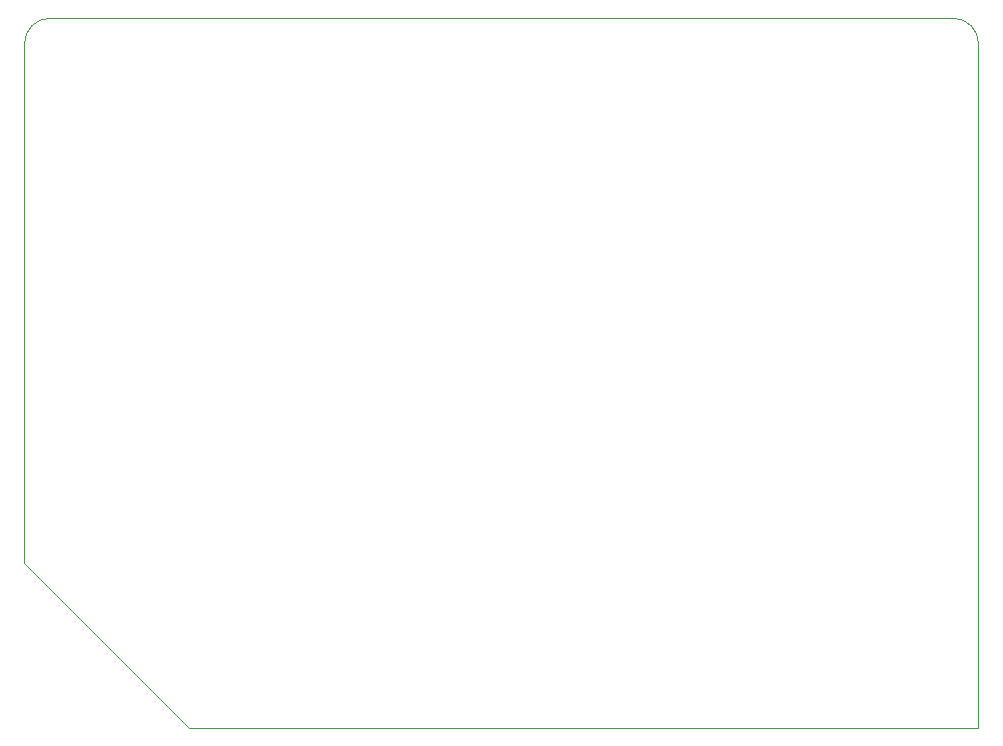
<source format=gbr>
%TF.GenerationSoftware,KiCad,Pcbnew,(5.1.10-1-10_14)*%
%TF.CreationDate,2021-08-31T23:49:44+02:00*%
%TF.ProjectId,serial_board,73657269-616c-45f6-926f-6172642e6b69,rev?*%
%TF.SameCoordinates,Original*%
%TF.FileFunction,Profile,NP*%
%FSLAX46Y46*%
G04 Gerber Fmt 4.6, Leading zero omitted, Abs format (unit mm)*
G04 Created by KiCad (PCBNEW (5.1.10-1-10_14)) date 2021-08-31 23:49:44*
%MOMM*%
%LPD*%
G01*
G04 APERTURE LIST*
%TA.AperFunction,Profile*%
%ADD10C,0.050000*%
%TD*%
%TA.AperFunction,Profile*%
%ADD11C,0.100000*%
%TD*%
G04 APERTURE END LIST*
D10*
X0Y57912000D02*
G75*
G02*
X2159000Y60071000I2159000J0D01*
G01*
X78613000Y60071000D02*
G75*
G02*
X80772000Y57912000I0J-2159000D01*
G01*
X13970000Y0D02*
X0Y13970000D01*
D11*
X2159000Y60071000D02*
X78613000Y60071000D01*
X0Y13970000D02*
X0Y57912000D01*
X80772000Y0D02*
X13970000Y0D01*
X80772000Y57912000D02*
X80772000Y0D01*
M02*

</source>
